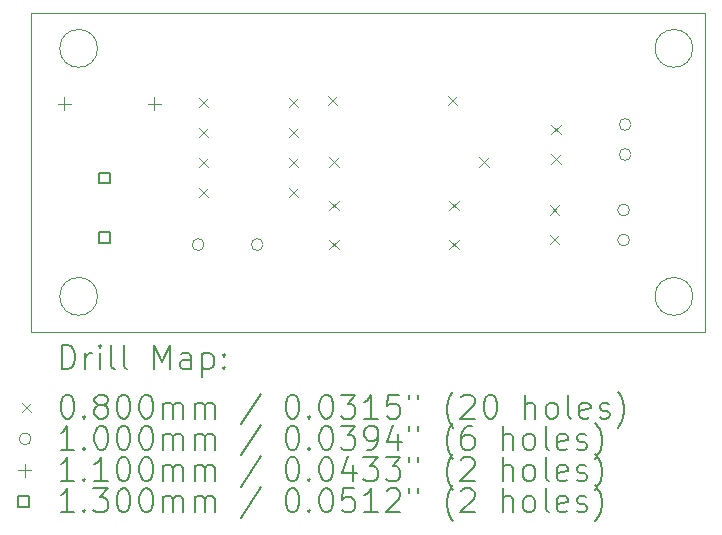
<source format=gbr>
%TF.GenerationSoftware,KiCad,Pcbnew,8.0.8*%
%TF.CreationDate,2025-06-29T12:48:05+09:00*%
%TF.ProjectId,NJM2374A_Boost,4e4a4d32-3337-4344-915f-426f6f73742e,rev?*%
%TF.SameCoordinates,Original*%
%TF.FileFunction,Drillmap*%
%TF.FilePolarity,Positive*%
%FSLAX45Y45*%
G04 Gerber Fmt 4.5, Leading zero omitted, Abs format (unit mm)*
G04 Created by KiCad (PCBNEW 8.0.8) date 2025-06-29 12:48:05*
%MOMM*%
%LPD*%
G01*
G04 APERTURE LIST*
%ADD10C,0.050000*%
%ADD11C,0.200000*%
%ADD12C,0.100000*%
%ADD13C,0.110000*%
%ADD14C,0.130000*%
G04 APERTURE END LIST*
D10*
X14200000Y-7800000D02*
G75*
G02*
X13880000Y-7800000I-160000J0D01*
G01*
X13880000Y-7800000D02*
G75*
G02*
X14200000Y-7800000I160000J0D01*
G01*
X9160000Y-7800000D02*
G75*
G02*
X8840000Y-7800000I-160000J0D01*
G01*
X8840000Y-7800000D02*
G75*
G02*
X9160000Y-7800000I160000J0D01*
G01*
X8600000Y-7500000D02*
X14300000Y-7500000D01*
X14300000Y-7500000D02*
X14300000Y-10200000D01*
X8600000Y-10200000D02*
X8600000Y-7500000D01*
X14300000Y-10200000D02*
X8600000Y-10200000D01*
X14200000Y-9900000D02*
G75*
G02*
X13880000Y-9900000I-160000J0D01*
G01*
X13880000Y-9900000D02*
G75*
G02*
X14200000Y-9900000I160000J0D01*
G01*
X9160000Y-9900000D02*
G75*
G02*
X8840000Y-9900000I-160000J0D01*
G01*
X8840000Y-9900000D02*
G75*
G02*
X9160000Y-9900000I160000J0D01*
G01*
D11*
D12*
X10016900Y-8216000D02*
X10096900Y-8296000D01*
X10096900Y-8216000D02*
X10016900Y-8296000D01*
X10016900Y-8470000D02*
X10096900Y-8550000D01*
X10096900Y-8470000D02*
X10016900Y-8550000D01*
X10016900Y-8724000D02*
X10096900Y-8804000D01*
X10096900Y-8724000D02*
X10016900Y-8804000D01*
X10016900Y-8978000D02*
X10096900Y-9058000D01*
X10096900Y-8978000D02*
X10016900Y-9058000D01*
X10778900Y-8216000D02*
X10858900Y-8296000D01*
X10858900Y-8216000D02*
X10778900Y-8296000D01*
X10778900Y-8470000D02*
X10858900Y-8550000D01*
X10858900Y-8470000D02*
X10778900Y-8550000D01*
X10778900Y-8724000D02*
X10858900Y-8804000D01*
X10858900Y-8724000D02*
X10778900Y-8804000D01*
X10778900Y-8978000D02*
X10858900Y-9058000D01*
X10858900Y-8978000D02*
X10778900Y-9058000D01*
X11110600Y-8202300D02*
X11190600Y-8282300D01*
X11190600Y-8202300D02*
X11110600Y-8282300D01*
X11123300Y-8723000D02*
X11203300Y-8803000D01*
X11203300Y-8723000D02*
X11123300Y-8803000D01*
X11123300Y-9091300D02*
X11203300Y-9171300D01*
X11203300Y-9091300D02*
X11123300Y-9171300D01*
X11123300Y-9421500D02*
X11203300Y-9501500D01*
X11203300Y-9421500D02*
X11123300Y-9501500D01*
X12126600Y-8202300D02*
X12206600Y-8282300D01*
X12206600Y-8202300D02*
X12126600Y-8282300D01*
X12139300Y-9091300D02*
X12219300Y-9171300D01*
X12219300Y-9091300D02*
X12139300Y-9171300D01*
X12139300Y-9421500D02*
X12219300Y-9501500D01*
X12219300Y-9421500D02*
X12139300Y-9501500D01*
X12393300Y-8723000D02*
X12473300Y-8803000D01*
X12473300Y-8723000D02*
X12393300Y-8803000D01*
X12990200Y-9129400D02*
X13070200Y-9209400D01*
X13070200Y-9129400D02*
X12990200Y-9209400D01*
X12990200Y-9379400D02*
X13070200Y-9459400D01*
X13070200Y-9379400D02*
X12990200Y-9459400D01*
X13002900Y-8447600D02*
X13082900Y-8527600D01*
X13082900Y-8447600D02*
X13002900Y-8527600D01*
X13002900Y-8697600D02*
X13082900Y-8777600D01*
X13082900Y-8697600D02*
X13002900Y-8777600D01*
X10061600Y-9461500D02*
G75*
G02*
X9961600Y-9461500I-50000J0D01*
G01*
X9961600Y-9461500D02*
G75*
G02*
X10061600Y-9461500I50000J0D01*
G01*
X10561600Y-9461500D02*
G75*
G02*
X10461600Y-9461500I-50000J0D01*
G01*
X10461600Y-9461500D02*
G75*
G02*
X10561600Y-9461500I50000J0D01*
G01*
X13664400Y-9169400D02*
G75*
G02*
X13564400Y-9169400I-50000J0D01*
G01*
X13564400Y-9169400D02*
G75*
G02*
X13664400Y-9169400I50000J0D01*
G01*
X13664400Y-9423400D02*
G75*
G02*
X13564400Y-9423400I-50000J0D01*
G01*
X13564400Y-9423400D02*
G75*
G02*
X13664400Y-9423400I50000J0D01*
G01*
X13677100Y-8445000D02*
G75*
G02*
X13577100Y-8445000I-50000J0D01*
G01*
X13577100Y-8445000D02*
G75*
G02*
X13677100Y-8445000I50000J0D01*
G01*
X13677100Y-8699000D02*
G75*
G02*
X13577100Y-8699000I-50000J0D01*
G01*
X13577100Y-8699000D02*
G75*
G02*
X13677100Y-8699000I50000J0D01*
G01*
D13*
X8877300Y-8212700D02*
X8877300Y-8322700D01*
X8822300Y-8267700D02*
X8932300Y-8267700D01*
X9639300Y-8212700D02*
X9639300Y-8322700D01*
X9584300Y-8267700D02*
X9694300Y-8267700D01*
D14*
X9266162Y-8943962D02*
X9266162Y-8852038D01*
X9174238Y-8852038D01*
X9174238Y-8943962D01*
X9266162Y-8943962D01*
X9266162Y-9443962D02*
X9266162Y-9352038D01*
X9174238Y-9352038D01*
X9174238Y-9443962D01*
X9266162Y-9443962D01*
D11*
X8858277Y-10513984D02*
X8858277Y-10313984D01*
X8858277Y-10313984D02*
X8905896Y-10313984D01*
X8905896Y-10313984D02*
X8934467Y-10323508D01*
X8934467Y-10323508D02*
X8953515Y-10342555D01*
X8953515Y-10342555D02*
X8963039Y-10361603D01*
X8963039Y-10361603D02*
X8972563Y-10399698D01*
X8972563Y-10399698D02*
X8972563Y-10428270D01*
X8972563Y-10428270D02*
X8963039Y-10466365D01*
X8963039Y-10466365D02*
X8953515Y-10485412D01*
X8953515Y-10485412D02*
X8934467Y-10504460D01*
X8934467Y-10504460D02*
X8905896Y-10513984D01*
X8905896Y-10513984D02*
X8858277Y-10513984D01*
X9058277Y-10513984D02*
X9058277Y-10380650D01*
X9058277Y-10418746D02*
X9067801Y-10399698D01*
X9067801Y-10399698D02*
X9077324Y-10390174D01*
X9077324Y-10390174D02*
X9096372Y-10380650D01*
X9096372Y-10380650D02*
X9115420Y-10380650D01*
X9182086Y-10513984D02*
X9182086Y-10380650D01*
X9182086Y-10313984D02*
X9172563Y-10323508D01*
X9172563Y-10323508D02*
X9182086Y-10333031D01*
X9182086Y-10333031D02*
X9191610Y-10323508D01*
X9191610Y-10323508D02*
X9182086Y-10313984D01*
X9182086Y-10313984D02*
X9182086Y-10333031D01*
X9305896Y-10513984D02*
X9286848Y-10504460D01*
X9286848Y-10504460D02*
X9277324Y-10485412D01*
X9277324Y-10485412D02*
X9277324Y-10313984D01*
X9410658Y-10513984D02*
X9391610Y-10504460D01*
X9391610Y-10504460D02*
X9382086Y-10485412D01*
X9382086Y-10485412D02*
X9382086Y-10313984D01*
X9639229Y-10513984D02*
X9639229Y-10313984D01*
X9639229Y-10313984D02*
X9705896Y-10456841D01*
X9705896Y-10456841D02*
X9772563Y-10313984D01*
X9772563Y-10313984D02*
X9772563Y-10513984D01*
X9953515Y-10513984D02*
X9953515Y-10409222D01*
X9953515Y-10409222D02*
X9943991Y-10390174D01*
X9943991Y-10390174D02*
X9924944Y-10380650D01*
X9924944Y-10380650D02*
X9886848Y-10380650D01*
X9886848Y-10380650D02*
X9867801Y-10390174D01*
X9953515Y-10504460D02*
X9934467Y-10513984D01*
X9934467Y-10513984D02*
X9886848Y-10513984D01*
X9886848Y-10513984D02*
X9867801Y-10504460D01*
X9867801Y-10504460D02*
X9858277Y-10485412D01*
X9858277Y-10485412D02*
X9858277Y-10466365D01*
X9858277Y-10466365D02*
X9867801Y-10447317D01*
X9867801Y-10447317D02*
X9886848Y-10437793D01*
X9886848Y-10437793D02*
X9934467Y-10437793D01*
X9934467Y-10437793D02*
X9953515Y-10428270D01*
X10048753Y-10380650D02*
X10048753Y-10580650D01*
X10048753Y-10390174D02*
X10067801Y-10380650D01*
X10067801Y-10380650D02*
X10105896Y-10380650D01*
X10105896Y-10380650D02*
X10124944Y-10390174D01*
X10124944Y-10390174D02*
X10134467Y-10399698D01*
X10134467Y-10399698D02*
X10143991Y-10418746D01*
X10143991Y-10418746D02*
X10143991Y-10475889D01*
X10143991Y-10475889D02*
X10134467Y-10494936D01*
X10134467Y-10494936D02*
X10124944Y-10504460D01*
X10124944Y-10504460D02*
X10105896Y-10513984D01*
X10105896Y-10513984D02*
X10067801Y-10513984D01*
X10067801Y-10513984D02*
X10048753Y-10504460D01*
X10229705Y-10494936D02*
X10239229Y-10504460D01*
X10239229Y-10504460D02*
X10229705Y-10513984D01*
X10229705Y-10513984D02*
X10220182Y-10504460D01*
X10220182Y-10504460D02*
X10229705Y-10494936D01*
X10229705Y-10494936D02*
X10229705Y-10513984D01*
X10229705Y-10390174D02*
X10239229Y-10399698D01*
X10239229Y-10399698D02*
X10229705Y-10409222D01*
X10229705Y-10409222D02*
X10220182Y-10399698D01*
X10220182Y-10399698D02*
X10229705Y-10390174D01*
X10229705Y-10390174D02*
X10229705Y-10409222D01*
D12*
X8517500Y-10802500D02*
X8597500Y-10882500D01*
X8597500Y-10802500D02*
X8517500Y-10882500D01*
D11*
X8896372Y-10733984D02*
X8915420Y-10733984D01*
X8915420Y-10733984D02*
X8934467Y-10743508D01*
X8934467Y-10743508D02*
X8943991Y-10753031D01*
X8943991Y-10753031D02*
X8953515Y-10772079D01*
X8953515Y-10772079D02*
X8963039Y-10810174D01*
X8963039Y-10810174D02*
X8963039Y-10857793D01*
X8963039Y-10857793D02*
X8953515Y-10895889D01*
X8953515Y-10895889D02*
X8943991Y-10914936D01*
X8943991Y-10914936D02*
X8934467Y-10924460D01*
X8934467Y-10924460D02*
X8915420Y-10933984D01*
X8915420Y-10933984D02*
X8896372Y-10933984D01*
X8896372Y-10933984D02*
X8877324Y-10924460D01*
X8877324Y-10924460D02*
X8867801Y-10914936D01*
X8867801Y-10914936D02*
X8858277Y-10895889D01*
X8858277Y-10895889D02*
X8848753Y-10857793D01*
X8848753Y-10857793D02*
X8848753Y-10810174D01*
X8848753Y-10810174D02*
X8858277Y-10772079D01*
X8858277Y-10772079D02*
X8867801Y-10753031D01*
X8867801Y-10753031D02*
X8877324Y-10743508D01*
X8877324Y-10743508D02*
X8896372Y-10733984D01*
X9048753Y-10914936D02*
X9058277Y-10924460D01*
X9058277Y-10924460D02*
X9048753Y-10933984D01*
X9048753Y-10933984D02*
X9039229Y-10924460D01*
X9039229Y-10924460D02*
X9048753Y-10914936D01*
X9048753Y-10914936D02*
X9048753Y-10933984D01*
X9172563Y-10819698D02*
X9153515Y-10810174D01*
X9153515Y-10810174D02*
X9143991Y-10800650D01*
X9143991Y-10800650D02*
X9134467Y-10781603D01*
X9134467Y-10781603D02*
X9134467Y-10772079D01*
X9134467Y-10772079D02*
X9143991Y-10753031D01*
X9143991Y-10753031D02*
X9153515Y-10743508D01*
X9153515Y-10743508D02*
X9172563Y-10733984D01*
X9172563Y-10733984D02*
X9210658Y-10733984D01*
X9210658Y-10733984D02*
X9229705Y-10743508D01*
X9229705Y-10743508D02*
X9239229Y-10753031D01*
X9239229Y-10753031D02*
X9248753Y-10772079D01*
X9248753Y-10772079D02*
X9248753Y-10781603D01*
X9248753Y-10781603D02*
X9239229Y-10800650D01*
X9239229Y-10800650D02*
X9229705Y-10810174D01*
X9229705Y-10810174D02*
X9210658Y-10819698D01*
X9210658Y-10819698D02*
X9172563Y-10819698D01*
X9172563Y-10819698D02*
X9153515Y-10829222D01*
X9153515Y-10829222D02*
X9143991Y-10838746D01*
X9143991Y-10838746D02*
X9134467Y-10857793D01*
X9134467Y-10857793D02*
X9134467Y-10895889D01*
X9134467Y-10895889D02*
X9143991Y-10914936D01*
X9143991Y-10914936D02*
X9153515Y-10924460D01*
X9153515Y-10924460D02*
X9172563Y-10933984D01*
X9172563Y-10933984D02*
X9210658Y-10933984D01*
X9210658Y-10933984D02*
X9229705Y-10924460D01*
X9229705Y-10924460D02*
X9239229Y-10914936D01*
X9239229Y-10914936D02*
X9248753Y-10895889D01*
X9248753Y-10895889D02*
X9248753Y-10857793D01*
X9248753Y-10857793D02*
X9239229Y-10838746D01*
X9239229Y-10838746D02*
X9229705Y-10829222D01*
X9229705Y-10829222D02*
X9210658Y-10819698D01*
X9372563Y-10733984D02*
X9391610Y-10733984D01*
X9391610Y-10733984D02*
X9410658Y-10743508D01*
X9410658Y-10743508D02*
X9420182Y-10753031D01*
X9420182Y-10753031D02*
X9429705Y-10772079D01*
X9429705Y-10772079D02*
X9439229Y-10810174D01*
X9439229Y-10810174D02*
X9439229Y-10857793D01*
X9439229Y-10857793D02*
X9429705Y-10895889D01*
X9429705Y-10895889D02*
X9420182Y-10914936D01*
X9420182Y-10914936D02*
X9410658Y-10924460D01*
X9410658Y-10924460D02*
X9391610Y-10933984D01*
X9391610Y-10933984D02*
X9372563Y-10933984D01*
X9372563Y-10933984D02*
X9353515Y-10924460D01*
X9353515Y-10924460D02*
X9343991Y-10914936D01*
X9343991Y-10914936D02*
X9334467Y-10895889D01*
X9334467Y-10895889D02*
X9324944Y-10857793D01*
X9324944Y-10857793D02*
X9324944Y-10810174D01*
X9324944Y-10810174D02*
X9334467Y-10772079D01*
X9334467Y-10772079D02*
X9343991Y-10753031D01*
X9343991Y-10753031D02*
X9353515Y-10743508D01*
X9353515Y-10743508D02*
X9372563Y-10733984D01*
X9563039Y-10733984D02*
X9582086Y-10733984D01*
X9582086Y-10733984D02*
X9601134Y-10743508D01*
X9601134Y-10743508D02*
X9610658Y-10753031D01*
X9610658Y-10753031D02*
X9620182Y-10772079D01*
X9620182Y-10772079D02*
X9629705Y-10810174D01*
X9629705Y-10810174D02*
X9629705Y-10857793D01*
X9629705Y-10857793D02*
X9620182Y-10895889D01*
X9620182Y-10895889D02*
X9610658Y-10914936D01*
X9610658Y-10914936D02*
X9601134Y-10924460D01*
X9601134Y-10924460D02*
X9582086Y-10933984D01*
X9582086Y-10933984D02*
X9563039Y-10933984D01*
X9563039Y-10933984D02*
X9543991Y-10924460D01*
X9543991Y-10924460D02*
X9534467Y-10914936D01*
X9534467Y-10914936D02*
X9524944Y-10895889D01*
X9524944Y-10895889D02*
X9515420Y-10857793D01*
X9515420Y-10857793D02*
X9515420Y-10810174D01*
X9515420Y-10810174D02*
X9524944Y-10772079D01*
X9524944Y-10772079D02*
X9534467Y-10753031D01*
X9534467Y-10753031D02*
X9543991Y-10743508D01*
X9543991Y-10743508D02*
X9563039Y-10733984D01*
X9715420Y-10933984D02*
X9715420Y-10800650D01*
X9715420Y-10819698D02*
X9724944Y-10810174D01*
X9724944Y-10810174D02*
X9743991Y-10800650D01*
X9743991Y-10800650D02*
X9772563Y-10800650D01*
X9772563Y-10800650D02*
X9791610Y-10810174D01*
X9791610Y-10810174D02*
X9801134Y-10829222D01*
X9801134Y-10829222D02*
X9801134Y-10933984D01*
X9801134Y-10829222D02*
X9810658Y-10810174D01*
X9810658Y-10810174D02*
X9829705Y-10800650D01*
X9829705Y-10800650D02*
X9858277Y-10800650D01*
X9858277Y-10800650D02*
X9877325Y-10810174D01*
X9877325Y-10810174D02*
X9886848Y-10829222D01*
X9886848Y-10829222D02*
X9886848Y-10933984D01*
X9982086Y-10933984D02*
X9982086Y-10800650D01*
X9982086Y-10819698D02*
X9991610Y-10810174D01*
X9991610Y-10810174D02*
X10010658Y-10800650D01*
X10010658Y-10800650D02*
X10039229Y-10800650D01*
X10039229Y-10800650D02*
X10058277Y-10810174D01*
X10058277Y-10810174D02*
X10067801Y-10829222D01*
X10067801Y-10829222D02*
X10067801Y-10933984D01*
X10067801Y-10829222D02*
X10077325Y-10810174D01*
X10077325Y-10810174D02*
X10096372Y-10800650D01*
X10096372Y-10800650D02*
X10124944Y-10800650D01*
X10124944Y-10800650D02*
X10143991Y-10810174D01*
X10143991Y-10810174D02*
X10153515Y-10829222D01*
X10153515Y-10829222D02*
X10153515Y-10933984D01*
X10543991Y-10724460D02*
X10372563Y-10981603D01*
X10801134Y-10733984D02*
X10820182Y-10733984D01*
X10820182Y-10733984D02*
X10839229Y-10743508D01*
X10839229Y-10743508D02*
X10848753Y-10753031D01*
X10848753Y-10753031D02*
X10858277Y-10772079D01*
X10858277Y-10772079D02*
X10867801Y-10810174D01*
X10867801Y-10810174D02*
X10867801Y-10857793D01*
X10867801Y-10857793D02*
X10858277Y-10895889D01*
X10858277Y-10895889D02*
X10848753Y-10914936D01*
X10848753Y-10914936D02*
X10839229Y-10924460D01*
X10839229Y-10924460D02*
X10820182Y-10933984D01*
X10820182Y-10933984D02*
X10801134Y-10933984D01*
X10801134Y-10933984D02*
X10782087Y-10924460D01*
X10782087Y-10924460D02*
X10772563Y-10914936D01*
X10772563Y-10914936D02*
X10763039Y-10895889D01*
X10763039Y-10895889D02*
X10753515Y-10857793D01*
X10753515Y-10857793D02*
X10753515Y-10810174D01*
X10753515Y-10810174D02*
X10763039Y-10772079D01*
X10763039Y-10772079D02*
X10772563Y-10753031D01*
X10772563Y-10753031D02*
X10782087Y-10743508D01*
X10782087Y-10743508D02*
X10801134Y-10733984D01*
X10953515Y-10914936D02*
X10963039Y-10924460D01*
X10963039Y-10924460D02*
X10953515Y-10933984D01*
X10953515Y-10933984D02*
X10943991Y-10924460D01*
X10943991Y-10924460D02*
X10953515Y-10914936D01*
X10953515Y-10914936D02*
X10953515Y-10933984D01*
X11086848Y-10733984D02*
X11105896Y-10733984D01*
X11105896Y-10733984D02*
X11124944Y-10743508D01*
X11124944Y-10743508D02*
X11134468Y-10753031D01*
X11134468Y-10753031D02*
X11143991Y-10772079D01*
X11143991Y-10772079D02*
X11153515Y-10810174D01*
X11153515Y-10810174D02*
X11153515Y-10857793D01*
X11153515Y-10857793D02*
X11143991Y-10895889D01*
X11143991Y-10895889D02*
X11134468Y-10914936D01*
X11134468Y-10914936D02*
X11124944Y-10924460D01*
X11124944Y-10924460D02*
X11105896Y-10933984D01*
X11105896Y-10933984D02*
X11086848Y-10933984D01*
X11086848Y-10933984D02*
X11067801Y-10924460D01*
X11067801Y-10924460D02*
X11058277Y-10914936D01*
X11058277Y-10914936D02*
X11048753Y-10895889D01*
X11048753Y-10895889D02*
X11039229Y-10857793D01*
X11039229Y-10857793D02*
X11039229Y-10810174D01*
X11039229Y-10810174D02*
X11048753Y-10772079D01*
X11048753Y-10772079D02*
X11058277Y-10753031D01*
X11058277Y-10753031D02*
X11067801Y-10743508D01*
X11067801Y-10743508D02*
X11086848Y-10733984D01*
X11220182Y-10733984D02*
X11343991Y-10733984D01*
X11343991Y-10733984D02*
X11277325Y-10810174D01*
X11277325Y-10810174D02*
X11305896Y-10810174D01*
X11305896Y-10810174D02*
X11324944Y-10819698D01*
X11324944Y-10819698D02*
X11334467Y-10829222D01*
X11334467Y-10829222D02*
X11343991Y-10848270D01*
X11343991Y-10848270D02*
X11343991Y-10895889D01*
X11343991Y-10895889D02*
X11334467Y-10914936D01*
X11334467Y-10914936D02*
X11324944Y-10924460D01*
X11324944Y-10924460D02*
X11305896Y-10933984D01*
X11305896Y-10933984D02*
X11248753Y-10933984D01*
X11248753Y-10933984D02*
X11229706Y-10924460D01*
X11229706Y-10924460D02*
X11220182Y-10914936D01*
X11534467Y-10933984D02*
X11420182Y-10933984D01*
X11477325Y-10933984D02*
X11477325Y-10733984D01*
X11477325Y-10733984D02*
X11458277Y-10762555D01*
X11458277Y-10762555D02*
X11439229Y-10781603D01*
X11439229Y-10781603D02*
X11420182Y-10791127D01*
X11715420Y-10733984D02*
X11620182Y-10733984D01*
X11620182Y-10733984D02*
X11610658Y-10829222D01*
X11610658Y-10829222D02*
X11620182Y-10819698D01*
X11620182Y-10819698D02*
X11639229Y-10810174D01*
X11639229Y-10810174D02*
X11686848Y-10810174D01*
X11686848Y-10810174D02*
X11705896Y-10819698D01*
X11705896Y-10819698D02*
X11715420Y-10829222D01*
X11715420Y-10829222D02*
X11724944Y-10848270D01*
X11724944Y-10848270D02*
X11724944Y-10895889D01*
X11724944Y-10895889D02*
X11715420Y-10914936D01*
X11715420Y-10914936D02*
X11705896Y-10924460D01*
X11705896Y-10924460D02*
X11686848Y-10933984D01*
X11686848Y-10933984D02*
X11639229Y-10933984D01*
X11639229Y-10933984D02*
X11620182Y-10924460D01*
X11620182Y-10924460D02*
X11610658Y-10914936D01*
X11801134Y-10733984D02*
X11801134Y-10772079D01*
X11877325Y-10733984D02*
X11877325Y-10772079D01*
X12172563Y-11010174D02*
X12163039Y-11000650D01*
X12163039Y-11000650D02*
X12143991Y-10972079D01*
X12143991Y-10972079D02*
X12134468Y-10953031D01*
X12134468Y-10953031D02*
X12124944Y-10924460D01*
X12124944Y-10924460D02*
X12115420Y-10876841D01*
X12115420Y-10876841D02*
X12115420Y-10838746D01*
X12115420Y-10838746D02*
X12124944Y-10791127D01*
X12124944Y-10791127D02*
X12134468Y-10762555D01*
X12134468Y-10762555D02*
X12143991Y-10743508D01*
X12143991Y-10743508D02*
X12163039Y-10714936D01*
X12163039Y-10714936D02*
X12172563Y-10705412D01*
X12239229Y-10753031D02*
X12248753Y-10743508D01*
X12248753Y-10743508D02*
X12267801Y-10733984D01*
X12267801Y-10733984D02*
X12315420Y-10733984D01*
X12315420Y-10733984D02*
X12334468Y-10743508D01*
X12334468Y-10743508D02*
X12343991Y-10753031D01*
X12343991Y-10753031D02*
X12353515Y-10772079D01*
X12353515Y-10772079D02*
X12353515Y-10791127D01*
X12353515Y-10791127D02*
X12343991Y-10819698D01*
X12343991Y-10819698D02*
X12229706Y-10933984D01*
X12229706Y-10933984D02*
X12353515Y-10933984D01*
X12477325Y-10733984D02*
X12496372Y-10733984D01*
X12496372Y-10733984D02*
X12515420Y-10743508D01*
X12515420Y-10743508D02*
X12524944Y-10753031D01*
X12524944Y-10753031D02*
X12534468Y-10772079D01*
X12534468Y-10772079D02*
X12543991Y-10810174D01*
X12543991Y-10810174D02*
X12543991Y-10857793D01*
X12543991Y-10857793D02*
X12534468Y-10895889D01*
X12534468Y-10895889D02*
X12524944Y-10914936D01*
X12524944Y-10914936D02*
X12515420Y-10924460D01*
X12515420Y-10924460D02*
X12496372Y-10933984D01*
X12496372Y-10933984D02*
X12477325Y-10933984D01*
X12477325Y-10933984D02*
X12458277Y-10924460D01*
X12458277Y-10924460D02*
X12448753Y-10914936D01*
X12448753Y-10914936D02*
X12439229Y-10895889D01*
X12439229Y-10895889D02*
X12429706Y-10857793D01*
X12429706Y-10857793D02*
X12429706Y-10810174D01*
X12429706Y-10810174D02*
X12439229Y-10772079D01*
X12439229Y-10772079D02*
X12448753Y-10753031D01*
X12448753Y-10753031D02*
X12458277Y-10743508D01*
X12458277Y-10743508D02*
X12477325Y-10733984D01*
X12782087Y-10933984D02*
X12782087Y-10733984D01*
X12867801Y-10933984D02*
X12867801Y-10829222D01*
X12867801Y-10829222D02*
X12858277Y-10810174D01*
X12858277Y-10810174D02*
X12839230Y-10800650D01*
X12839230Y-10800650D02*
X12810658Y-10800650D01*
X12810658Y-10800650D02*
X12791610Y-10810174D01*
X12791610Y-10810174D02*
X12782087Y-10819698D01*
X12991610Y-10933984D02*
X12972563Y-10924460D01*
X12972563Y-10924460D02*
X12963039Y-10914936D01*
X12963039Y-10914936D02*
X12953515Y-10895889D01*
X12953515Y-10895889D02*
X12953515Y-10838746D01*
X12953515Y-10838746D02*
X12963039Y-10819698D01*
X12963039Y-10819698D02*
X12972563Y-10810174D01*
X12972563Y-10810174D02*
X12991610Y-10800650D01*
X12991610Y-10800650D02*
X13020182Y-10800650D01*
X13020182Y-10800650D02*
X13039230Y-10810174D01*
X13039230Y-10810174D02*
X13048753Y-10819698D01*
X13048753Y-10819698D02*
X13058277Y-10838746D01*
X13058277Y-10838746D02*
X13058277Y-10895889D01*
X13058277Y-10895889D02*
X13048753Y-10914936D01*
X13048753Y-10914936D02*
X13039230Y-10924460D01*
X13039230Y-10924460D02*
X13020182Y-10933984D01*
X13020182Y-10933984D02*
X12991610Y-10933984D01*
X13172563Y-10933984D02*
X13153515Y-10924460D01*
X13153515Y-10924460D02*
X13143991Y-10905412D01*
X13143991Y-10905412D02*
X13143991Y-10733984D01*
X13324944Y-10924460D02*
X13305896Y-10933984D01*
X13305896Y-10933984D02*
X13267801Y-10933984D01*
X13267801Y-10933984D02*
X13248753Y-10924460D01*
X13248753Y-10924460D02*
X13239230Y-10905412D01*
X13239230Y-10905412D02*
X13239230Y-10829222D01*
X13239230Y-10829222D02*
X13248753Y-10810174D01*
X13248753Y-10810174D02*
X13267801Y-10800650D01*
X13267801Y-10800650D02*
X13305896Y-10800650D01*
X13305896Y-10800650D02*
X13324944Y-10810174D01*
X13324944Y-10810174D02*
X13334468Y-10829222D01*
X13334468Y-10829222D02*
X13334468Y-10848270D01*
X13334468Y-10848270D02*
X13239230Y-10867317D01*
X13410658Y-10924460D02*
X13429706Y-10933984D01*
X13429706Y-10933984D02*
X13467801Y-10933984D01*
X13467801Y-10933984D02*
X13486849Y-10924460D01*
X13486849Y-10924460D02*
X13496372Y-10905412D01*
X13496372Y-10905412D02*
X13496372Y-10895889D01*
X13496372Y-10895889D02*
X13486849Y-10876841D01*
X13486849Y-10876841D02*
X13467801Y-10867317D01*
X13467801Y-10867317D02*
X13439230Y-10867317D01*
X13439230Y-10867317D02*
X13420182Y-10857793D01*
X13420182Y-10857793D02*
X13410658Y-10838746D01*
X13410658Y-10838746D02*
X13410658Y-10829222D01*
X13410658Y-10829222D02*
X13420182Y-10810174D01*
X13420182Y-10810174D02*
X13439230Y-10800650D01*
X13439230Y-10800650D02*
X13467801Y-10800650D01*
X13467801Y-10800650D02*
X13486849Y-10810174D01*
X13563039Y-11010174D02*
X13572563Y-11000650D01*
X13572563Y-11000650D02*
X13591611Y-10972079D01*
X13591611Y-10972079D02*
X13601134Y-10953031D01*
X13601134Y-10953031D02*
X13610658Y-10924460D01*
X13610658Y-10924460D02*
X13620182Y-10876841D01*
X13620182Y-10876841D02*
X13620182Y-10838746D01*
X13620182Y-10838746D02*
X13610658Y-10791127D01*
X13610658Y-10791127D02*
X13601134Y-10762555D01*
X13601134Y-10762555D02*
X13591611Y-10743508D01*
X13591611Y-10743508D02*
X13572563Y-10714936D01*
X13572563Y-10714936D02*
X13563039Y-10705412D01*
D12*
X8597500Y-11106500D02*
G75*
G02*
X8497500Y-11106500I-50000J0D01*
G01*
X8497500Y-11106500D02*
G75*
G02*
X8597500Y-11106500I50000J0D01*
G01*
D11*
X8963039Y-11197984D02*
X8848753Y-11197984D01*
X8905896Y-11197984D02*
X8905896Y-10997984D01*
X8905896Y-10997984D02*
X8886848Y-11026555D01*
X8886848Y-11026555D02*
X8867801Y-11045603D01*
X8867801Y-11045603D02*
X8848753Y-11055127D01*
X9048753Y-11178936D02*
X9058277Y-11188460D01*
X9058277Y-11188460D02*
X9048753Y-11197984D01*
X9048753Y-11197984D02*
X9039229Y-11188460D01*
X9039229Y-11188460D02*
X9048753Y-11178936D01*
X9048753Y-11178936D02*
X9048753Y-11197984D01*
X9182086Y-10997984D02*
X9201134Y-10997984D01*
X9201134Y-10997984D02*
X9220182Y-11007508D01*
X9220182Y-11007508D02*
X9229705Y-11017031D01*
X9229705Y-11017031D02*
X9239229Y-11036079D01*
X9239229Y-11036079D02*
X9248753Y-11074174D01*
X9248753Y-11074174D02*
X9248753Y-11121793D01*
X9248753Y-11121793D02*
X9239229Y-11159889D01*
X9239229Y-11159889D02*
X9229705Y-11178936D01*
X9229705Y-11178936D02*
X9220182Y-11188460D01*
X9220182Y-11188460D02*
X9201134Y-11197984D01*
X9201134Y-11197984D02*
X9182086Y-11197984D01*
X9182086Y-11197984D02*
X9163039Y-11188460D01*
X9163039Y-11188460D02*
X9153515Y-11178936D01*
X9153515Y-11178936D02*
X9143991Y-11159889D01*
X9143991Y-11159889D02*
X9134467Y-11121793D01*
X9134467Y-11121793D02*
X9134467Y-11074174D01*
X9134467Y-11074174D02*
X9143991Y-11036079D01*
X9143991Y-11036079D02*
X9153515Y-11017031D01*
X9153515Y-11017031D02*
X9163039Y-11007508D01*
X9163039Y-11007508D02*
X9182086Y-10997984D01*
X9372563Y-10997984D02*
X9391610Y-10997984D01*
X9391610Y-10997984D02*
X9410658Y-11007508D01*
X9410658Y-11007508D02*
X9420182Y-11017031D01*
X9420182Y-11017031D02*
X9429705Y-11036079D01*
X9429705Y-11036079D02*
X9439229Y-11074174D01*
X9439229Y-11074174D02*
X9439229Y-11121793D01*
X9439229Y-11121793D02*
X9429705Y-11159889D01*
X9429705Y-11159889D02*
X9420182Y-11178936D01*
X9420182Y-11178936D02*
X9410658Y-11188460D01*
X9410658Y-11188460D02*
X9391610Y-11197984D01*
X9391610Y-11197984D02*
X9372563Y-11197984D01*
X9372563Y-11197984D02*
X9353515Y-11188460D01*
X9353515Y-11188460D02*
X9343991Y-11178936D01*
X9343991Y-11178936D02*
X9334467Y-11159889D01*
X9334467Y-11159889D02*
X9324944Y-11121793D01*
X9324944Y-11121793D02*
X9324944Y-11074174D01*
X9324944Y-11074174D02*
X9334467Y-11036079D01*
X9334467Y-11036079D02*
X9343991Y-11017031D01*
X9343991Y-11017031D02*
X9353515Y-11007508D01*
X9353515Y-11007508D02*
X9372563Y-10997984D01*
X9563039Y-10997984D02*
X9582086Y-10997984D01*
X9582086Y-10997984D02*
X9601134Y-11007508D01*
X9601134Y-11007508D02*
X9610658Y-11017031D01*
X9610658Y-11017031D02*
X9620182Y-11036079D01*
X9620182Y-11036079D02*
X9629705Y-11074174D01*
X9629705Y-11074174D02*
X9629705Y-11121793D01*
X9629705Y-11121793D02*
X9620182Y-11159889D01*
X9620182Y-11159889D02*
X9610658Y-11178936D01*
X9610658Y-11178936D02*
X9601134Y-11188460D01*
X9601134Y-11188460D02*
X9582086Y-11197984D01*
X9582086Y-11197984D02*
X9563039Y-11197984D01*
X9563039Y-11197984D02*
X9543991Y-11188460D01*
X9543991Y-11188460D02*
X9534467Y-11178936D01*
X9534467Y-11178936D02*
X9524944Y-11159889D01*
X9524944Y-11159889D02*
X9515420Y-11121793D01*
X9515420Y-11121793D02*
X9515420Y-11074174D01*
X9515420Y-11074174D02*
X9524944Y-11036079D01*
X9524944Y-11036079D02*
X9534467Y-11017031D01*
X9534467Y-11017031D02*
X9543991Y-11007508D01*
X9543991Y-11007508D02*
X9563039Y-10997984D01*
X9715420Y-11197984D02*
X9715420Y-11064650D01*
X9715420Y-11083698D02*
X9724944Y-11074174D01*
X9724944Y-11074174D02*
X9743991Y-11064650D01*
X9743991Y-11064650D02*
X9772563Y-11064650D01*
X9772563Y-11064650D02*
X9791610Y-11074174D01*
X9791610Y-11074174D02*
X9801134Y-11093222D01*
X9801134Y-11093222D02*
X9801134Y-11197984D01*
X9801134Y-11093222D02*
X9810658Y-11074174D01*
X9810658Y-11074174D02*
X9829705Y-11064650D01*
X9829705Y-11064650D02*
X9858277Y-11064650D01*
X9858277Y-11064650D02*
X9877325Y-11074174D01*
X9877325Y-11074174D02*
X9886848Y-11093222D01*
X9886848Y-11093222D02*
X9886848Y-11197984D01*
X9982086Y-11197984D02*
X9982086Y-11064650D01*
X9982086Y-11083698D02*
X9991610Y-11074174D01*
X9991610Y-11074174D02*
X10010658Y-11064650D01*
X10010658Y-11064650D02*
X10039229Y-11064650D01*
X10039229Y-11064650D02*
X10058277Y-11074174D01*
X10058277Y-11074174D02*
X10067801Y-11093222D01*
X10067801Y-11093222D02*
X10067801Y-11197984D01*
X10067801Y-11093222D02*
X10077325Y-11074174D01*
X10077325Y-11074174D02*
X10096372Y-11064650D01*
X10096372Y-11064650D02*
X10124944Y-11064650D01*
X10124944Y-11064650D02*
X10143991Y-11074174D01*
X10143991Y-11074174D02*
X10153515Y-11093222D01*
X10153515Y-11093222D02*
X10153515Y-11197984D01*
X10543991Y-10988460D02*
X10372563Y-11245603D01*
X10801134Y-10997984D02*
X10820182Y-10997984D01*
X10820182Y-10997984D02*
X10839229Y-11007508D01*
X10839229Y-11007508D02*
X10848753Y-11017031D01*
X10848753Y-11017031D02*
X10858277Y-11036079D01*
X10858277Y-11036079D02*
X10867801Y-11074174D01*
X10867801Y-11074174D02*
X10867801Y-11121793D01*
X10867801Y-11121793D02*
X10858277Y-11159889D01*
X10858277Y-11159889D02*
X10848753Y-11178936D01*
X10848753Y-11178936D02*
X10839229Y-11188460D01*
X10839229Y-11188460D02*
X10820182Y-11197984D01*
X10820182Y-11197984D02*
X10801134Y-11197984D01*
X10801134Y-11197984D02*
X10782087Y-11188460D01*
X10782087Y-11188460D02*
X10772563Y-11178936D01*
X10772563Y-11178936D02*
X10763039Y-11159889D01*
X10763039Y-11159889D02*
X10753515Y-11121793D01*
X10753515Y-11121793D02*
X10753515Y-11074174D01*
X10753515Y-11074174D02*
X10763039Y-11036079D01*
X10763039Y-11036079D02*
X10772563Y-11017031D01*
X10772563Y-11017031D02*
X10782087Y-11007508D01*
X10782087Y-11007508D02*
X10801134Y-10997984D01*
X10953515Y-11178936D02*
X10963039Y-11188460D01*
X10963039Y-11188460D02*
X10953515Y-11197984D01*
X10953515Y-11197984D02*
X10943991Y-11188460D01*
X10943991Y-11188460D02*
X10953515Y-11178936D01*
X10953515Y-11178936D02*
X10953515Y-11197984D01*
X11086848Y-10997984D02*
X11105896Y-10997984D01*
X11105896Y-10997984D02*
X11124944Y-11007508D01*
X11124944Y-11007508D02*
X11134468Y-11017031D01*
X11134468Y-11017031D02*
X11143991Y-11036079D01*
X11143991Y-11036079D02*
X11153515Y-11074174D01*
X11153515Y-11074174D02*
X11153515Y-11121793D01*
X11153515Y-11121793D02*
X11143991Y-11159889D01*
X11143991Y-11159889D02*
X11134468Y-11178936D01*
X11134468Y-11178936D02*
X11124944Y-11188460D01*
X11124944Y-11188460D02*
X11105896Y-11197984D01*
X11105896Y-11197984D02*
X11086848Y-11197984D01*
X11086848Y-11197984D02*
X11067801Y-11188460D01*
X11067801Y-11188460D02*
X11058277Y-11178936D01*
X11058277Y-11178936D02*
X11048753Y-11159889D01*
X11048753Y-11159889D02*
X11039229Y-11121793D01*
X11039229Y-11121793D02*
X11039229Y-11074174D01*
X11039229Y-11074174D02*
X11048753Y-11036079D01*
X11048753Y-11036079D02*
X11058277Y-11017031D01*
X11058277Y-11017031D02*
X11067801Y-11007508D01*
X11067801Y-11007508D02*
X11086848Y-10997984D01*
X11220182Y-10997984D02*
X11343991Y-10997984D01*
X11343991Y-10997984D02*
X11277325Y-11074174D01*
X11277325Y-11074174D02*
X11305896Y-11074174D01*
X11305896Y-11074174D02*
X11324944Y-11083698D01*
X11324944Y-11083698D02*
X11334467Y-11093222D01*
X11334467Y-11093222D02*
X11343991Y-11112270D01*
X11343991Y-11112270D02*
X11343991Y-11159889D01*
X11343991Y-11159889D02*
X11334467Y-11178936D01*
X11334467Y-11178936D02*
X11324944Y-11188460D01*
X11324944Y-11188460D02*
X11305896Y-11197984D01*
X11305896Y-11197984D02*
X11248753Y-11197984D01*
X11248753Y-11197984D02*
X11229706Y-11188460D01*
X11229706Y-11188460D02*
X11220182Y-11178936D01*
X11439229Y-11197984D02*
X11477325Y-11197984D01*
X11477325Y-11197984D02*
X11496372Y-11188460D01*
X11496372Y-11188460D02*
X11505896Y-11178936D01*
X11505896Y-11178936D02*
X11524944Y-11150365D01*
X11524944Y-11150365D02*
X11534467Y-11112270D01*
X11534467Y-11112270D02*
X11534467Y-11036079D01*
X11534467Y-11036079D02*
X11524944Y-11017031D01*
X11524944Y-11017031D02*
X11515420Y-11007508D01*
X11515420Y-11007508D02*
X11496372Y-10997984D01*
X11496372Y-10997984D02*
X11458277Y-10997984D01*
X11458277Y-10997984D02*
X11439229Y-11007508D01*
X11439229Y-11007508D02*
X11429706Y-11017031D01*
X11429706Y-11017031D02*
X11420182Y-11036079D01*
X11420182Y-11036079D02*
X11420182Y-11083698D01*
X11420182Y-11083698D02*
X11429706Y-11102746D01*
X11429706Y-11102746D02*
X11439229Y-11112270D01*
X11439229Y-11112270D02*
X11458277Y-11121793D01*
X11458277Y-11121793D02*
X11496372Y-11121793D01*
X11496372Y-11121793D02*
X11515420Y-11112270D01*
X11515420Y-11112270D02*
X11524944Y-11102746D01*
X11524944Y-11102746D02*
X11534467Y-11083698D01*
X11705896Y-11064650D02*
X11705896Y-11197984D01*
X11658277Y-10988460D02*
X11610658Y-11131317D01*
X11610658Y-11131317D02*
X11734467Y-11131317D01*
X11801134Y-10997984D02*
X11801134Y-11036079D01*
X11877325Y-10997984D02*
X11877325Y-11036079D01*
X12172563Y-11274174D02*
X12163039Y-11264650D01*
X12163039Y-11264650D02*
X12143991Y-11236079D01*
X12143991Y-11236079D02*
X12134468Y-11217031D01*
X12134468Y-11217031D02*
X12124944Y-11188460D01*
X12124944Y-11188460D02*
X12115420Y-11140841D01*
X12115420Y-11140841D02*
X12115420Y-11102746D01*
X12115420Y-11102746D02*
X12124944Y-11055127D01*
X12124944Y-11055127D02*
X12134468Y-11026555D01*
X12134468Y-11026555D02*
X12143991Y-11007508D01*
X12143991Y-11007508D02*
X12163039Y-10978936D01*
X12163039Y-10978936D02*
X12172563Y-10969412D01*
X12334468Y-10997984D02*
X12296372Y-10997984D01*
X12296372Y-10997984D02*
X12277325Y-11007508D01*
X12277325Y-11007508D02*
X12267801Y-11017031D01*
X12267801Y-11017031D02*
X12248753Y-11045603D01*
X12248753Y-11045603D02*
X12239229Y-11083698D01*
X12239229Y-11083698D02*
X12239229Y-11159889D01*
X12239229Y-11159889D02*
X12248753Y-11178936D01*
X12248753Y-11178936D02*
X12258277Y-11188460D01*
X12258277Y-11188460D02*
X12277325Y-11197984D01*
X12277325Y-11197984D02*
X12315420Y-11197984D01*
X12315420Y-11197984D02*
X12334468Y-11188460D01*
X12334468Y-11188460D02*
X12343991Y-11178936D01*
X12343991Y-11178936D02*
X12353515Y-11159889D01*
X12353515Y-11159889D02*
X12353515Y-11112270D01*
X12353515Y-11112270D02*
X12343991Y-11093222D01*
X12343991Y-11093222D02*
X12334468Y-11083698D01*
X12334468Y-11083698D02*
X12315420Y-11074174D01*
X12315420Y-11074174D02*
X12277325Y-11074174D01*
X12277325Y-11074174D02*
X12258277Y-11083698D01*
X12258277Y-11083698D02*
X12248753Y-11093222D01*
X12248753Y-11093222D02*
X12239229Y-11112270D01*
X12591610Y-11197984D02*
X12591610Y-10997984D01*
X12677325Y-11197984D02*
X12677325Y-11093222D01*
X12677325Y-11093222D02*
X12667801Y-11074174D01*
X12667801Y-11074174D02*
X12648753Y-11064650D01*
X12648753Y-11064650D02*
X12620182Y-11064650D01*
X12620182Y-11064650D02*
X12601134Y-11074174D01*
X12601134Y-11074174D02*
X12591610Y-11083698D01*
X12801134Y-11197984D02*
X12782087Y-11188460D01*
X12782087Y-11188460D02*
X12772563Y-11178936D01*
X12772563Y-11178936D02*
X12763039Y-11159889D01*
X12763039Y-11159889D02*
X12763039Y-11102746D01*
X12763039Y-11102746D02*
X12772563Y-11083698D01*
X12772563Y-11083698D02*
X12782087Y-11074174D01*
X12782087Y-11074174D02*
X12801134Y-11064650D01*
X12801134Y-11064650D02*
X12829706Y-11064650D01*
X12829706Y-11064650D02*
X12848753Y-11074174D01*
X12848753Y-11074174D02*
X12858277Y-11083698D01*
X12858277Y-11083698D02*
X12867801Y-11102746D01*
X12867801Y-11102746D02*
X12867801Y-11159889D01*
X12867801Y-11159889D02*
X12858277Y-11178936D01*
X12858277Y-11178936D02*
X12848753Y-11188460D01*
X12848753Y-11188460D02*
X12829706Y-11197984D01*
X12829706Y-11197984D02*
X12801134Y-11197984D01*
X12982087Y-11197984D02*
X12963039Y-11188460D01*
X12963039Y-11188460D02*
X12953515Y-11169412D01*
X12953515Y-11169412D02*
X12953515Y-10997984D01*
X13134468Y-11188460D02*
X13115420Y-11197984D01*
X13115420Y-11197984D02*
X13077325Y-11197984D01*
X13077325Y-11197984D02*
X13058277Y-11188460D01*
X13058277Y-11188460D02*
X13048753Y-11169412D01*
X13048753Y-11169412D02*
X13048753Y-11093222D01*
X13048753Y-11093222D02*
X13058277Y-11074174D01*
X13058277Y-11074174D02*
X13077325Y-11064650D01*
X13077325Y-11064650D02*
X13115420Y-11064650D01*
X13115420Y-11064650D02*
X13134468Y-11074174D01*
X13134468Y-11074174D02*
X13143991Y-11093222D01*
X13143991Y-11093222D02*
X13143991Y-11112270D01*
X13143991Y-11112270D02*
X13048753Y-11131317D01*
X13220182Y-11188460D02*
X13239230Y-11197984D01*
X13239230Y-11197984D02*
X13277325Y-11197984D01*
X13277325Y-11197984D02*
X13296372Y-11188460D01*
X13296372Y-11188460D02*
X13305896Y-11169412D01*
X13305896Y-11169412D02*
X13305896Y-11159889D01*
X13305896Y-11159889D02*
X13296372Y-11140841D01*
X13296372Y-11140841D02*
X13277325Y-11131317D01*
X13277325Y-11131317D02*
X13248753Y-11131317D01*
X13248753Y-11131317D02*
X13229706Y-11121793D01*
X13229706Y-11121793D02*
X13220182Y-11102746D01*
X13220182Y-11102746D02*
X13220182Y-11093222D01*
X13220182Y-11093222D02*
X13229706Y-11074174D01*
X13229706Y-11074174D02*
X13248753Y-11064650D01*
X13248753Y-11064650D02*
X13277325Y-11064650D01*
X13277325Y-11064650D02*
X13296372Y-11074174D01*
X13372563Y-11274174D02*
X13382087Y-11264650D01*
X13382087Y-11264650D02*
X13401134Y-11236079D01*
X13401134Y-11236079D02*
X13410658Y-11217031D01*
X13410658Y-11217031D02*
X13420182Y-11188460D01*
X13420182Y-11188460D02*
X13429706Y-11140841D01*
X13429706Y-11140841D02*
X13429706Y-11102746D01*
X13429706Y-11102746D02*
X13420182Y-11055127D01*
X13420182Y-11055127D02*
X13410658Y-11026555D01*
X13410658Y-11026555D02*
X13401134Y-11007508D01*
X13401134Y-11007508D02*
X13382087Y-10978936D01*
X13382087Y-10978936D02*
X13372563Y-10969412D01*
D13*
X8542500Y-11315500D02*
X8542500Y-11425500D01*
X8487500Y-11370500D02*
X8597500Y-11370500D01*
D11*
X8963039Y-11461984D02*
X8848753Y-11461984D01*
X8905896Y-11461984D02*
X8905896Y-11261984D01*
X8905896Y-11261984D02*
X8886848Y-11290555D01*
X8886848Y-11290555D02*
X8867801Y-11309603D01*
X8867801Y-11309603D02*
X8848753Y-11319127D01*
X9048753Y-11442936D02*
X9058277Y-11452460D01*
X9058277Y-11452460D02*
X9048753Y-11461984D01*
X9048753Y-11461984D02*
X9039229Y-11452460D01*
X9039229Y-11452460D02*
X9048753Y-11442936D01*
X9048753Y-11442936D02*
X9048753Y-11461984D01*
X9248753Y-11461984D02*
X9134467Y-11461984D01*
X9191610Y-11461984D02*
X9191610Y-11261984D01*
X9191610Y-11261984D02*
X9172563Y-11290555D01*
X9172563Y-11290555D02*
X9153515Y-11309603D01*
X9153515Y-11309603D02*
X9134467Y-11319127D01*
X9372563Y-11261984D02*
X9391610Y-11261984D01*
X9391610Y-11261984D02*
X9410658Y-11271508D01*
X9410658Y-11271508D02*
X9420182Y-11281031D01*
X9420182Y-11281031D02*
X9429705Y-11300079D01*
X9429705Y-11300079D02*
X9439229Y-11338174D01*
X9439229Y-11338174D02*
X9439229Y-11385793D01*
X9439229Y-11385793D02*
X9429705Y-11423888D01*
X9429705Y-11423888D02*
X9420182Y-11442936D01*
X9420182Y-11442936D02*
X9410658Y-11452460D01*
X9410658Y-11452460D02*
X9391610Y-11461984D01*
X9391610Y-11461984D02*
X9372563Y-11461984D01*
X9372563Y-11461984D02*
X9353515Y-11452460D01*
X9353515Y-11452460D02*
X9343991Y-11442936D01*
X9343991Y-11442936D02*
X9334467Y-11423888D01*
X9334467Y-11423888D02*
X9324944Y-11385793D01*
X9324944Y-11385793D02*
X9324944Y-11338174D01*
X9324944Y-11338174D02*
X9334467Y-11300079D01*
X9334467Y-11300079D02*
X9343991Y-11281031D01*
X9343991Y-11281031D02*
X9353515Y-11271508D01*
X9353515Y-11271508D02*
X9372563Y-11261984D01*
X9563039Y-11261984D02*
X9582086Y-11261984D01*
X9582086Y-11261984D02*
X9601134Y-11271508D01*
X9601134Y-11271508D02*
X9610658Y-11281031D01*
X9610658Y-11281031D02*
X9620182Y-11300079D01*
X9620182Y-11300079D02*
X9629705Y-11338174D01*
X9629705Y-11338174D02*
X9629705Y-11385793D01*
X9629705Y-11385793D02*
X9620182Y-11423888D01*
X9620182Y-11423888D02*
X9610658Y-11442936D01*
X9610658Y-11442936D02*
X9601134Y-11452460D01*
X9601134Y-11452460D02*
X9582086Y-11461984D01*
X9582086Y-11461984D02*
X9563039Y-11461984D01*
X9563039Y-11461984D02*
X9543991Y-11452460D01*
X9543991Y-11452460D02*
X9534467Y-11442936D01*
X9534467Y-11442936D02*
X9524944Y-11423888D01*
X9524944Y-11423888D02*
X9515420Y-11385793D01*
X9515420Y-11385793D02*
X9515420Y-11338174D01*
X9515420Y-11338174D02*
X9524944Y-11300079D01*
X9524944Y-11300079D02*
X9534467Y-11281031D01*
X9534467Y-11281031D02*
X9543991Y-11271508D01*
X9543991Y-11271508D02*
X9563039Y-11261984D01*
X9715420Y-11461984D02*
X9715420Y-11328650D01*
X9715420Y-11347698D02*
X9724944Y-11338174D01*
X9724944Y-11338174D02*
X9743991Y-11328650D01*
X9743991Y-11328650D02*
X9772563Y-11328650D01*
X9772563Y-11328650D02*
X9791610Y-11338174D01*
X9791610Y-11338174D02*
X9801134Y-11357222D01*
X9801134Y-11357222D02*
X9801134Y-11461984D01*
X9801134Y-11357222D02*
X9810658Y-11338174D01*
X9810658Y-11338174D02*
X9829705Y-11328650D01*
X9829705Y-11328650D02*
X9858277Y-11328650D01*
X9858277Y-11328650D02*
X9877325Y-11338174D01*
X9877325Y-11338174D02*
X9886848Y-11357222D01*
X9886848Y-11357222D02*
X9886848Y-11461984D01*
X9982086Y-11461984D02*
X9982086Y-11328650D01*
X9982086Y-11347698D02*
X9991610Y-11338174D01*
X9991610Y-11338174D02*
X10010658Y-11328650D01*
X10010658Y-11328650D02*
X10039229Y-11328650D01*
X10039229Y-11328650D02*
X10058277Y-11338174D01*
X10058277Y-11338174D02*
X10067801Y-11357222D01*
X10067801Y-11357222D02*
X10067801Y-11461984D01*
X10067801Y-11357222D02*
X10077325Y-11338174D01*
X10077325Y-11338174D02*
X10096372Y-11328650D01*
X10096372Y-11328650D02*
X10124944Y-11328650D01*
X10124944Y-11328650D02*
X10143991Y-11338174D01*
X10143991Y-11338174D02*
X10153515Y-11357222D01*
X10153515Y-11357222D02*
X10153515Y-11461984D01*
X10543991Y-11252460D02*
X10372563Y-11509603D01*
X10801134Y-11261984D02*
X10820182Y-11261984D01*
X10820182Y-11261984D02*
X10839229Y-11271508D01*
X10839229Y-11271508D02*
X10848753Y-11281031D01*
X10848753Y-11281031D02*
X10858277Y-11300079D01*
X10858277Y-11300079D02*
X10867801Y-11338174D01*
X10867801Y-11338174D02*
X10867801Y-11385793D01*
X10867801Y-11385793D02*
X10858277Y-11423888D01*
X10858277Y-11423888D02*
X10848753Y-11442936D01*
X10848753Y-11442936D02*
X10839229Y-11452460D01*
X10839229Y-11452460D02*
X10820182Y-11461984D01*
X10820182Y-11461984D02*
X10801134Y-11461984D01*
X10801134Y-11461984D02*
X10782087Y-11452460D01*
X10782087Y-11452460D02*
X10772563Y-11442936D01*
X10772563Y-11442936D02*
X10763039Y-11423888D01*
X10763039Y-11423888D02*
X10753515Y-11385793D01*
X10753515Y-11385793D02*
X10753515Y-11338174D01*
X10753515Y-11338174D02*
X10763039Y-11300079D01*
X10763039Y-11300079D02*
X10772563Y-11281031D01*
X10772563Y-11281031D02*
X10782087Y-11271508D01*
X10782087Y-11271508D02*
X10801134Y-11261984D01*
X10953515Y-11442936D02*
X10963039Y-11452460D01*
X10963039Y-11452460D02*
X10953515Y-11461984D01*
X10953515Y-11461984D02*
X10943991Y-11452460D01*
X10943991Y-11452460D02*
X10953515Y-11442936D01*
X10953515Y-11442936D02*
X10953515Y-11461984D01*
X11086848Y-11261984D02*
X11105896Y-11261984D01*
X11105896Y-11261984D02*
X11124944Y-11271508D01*
X11124944Y-11271508D02*
X11134468Y-11281031D01*
X11134468Y-11281031D02*
X11143991Y-11300079D01*
X11143991Y-11300079D02*
X11153515Y-11338174D01*
X11153515Y-11338174D02*
X11153515Y-11385793D01*
X11153515Y-11385793D02*
X11143991Y-11423888D01*
X11143991Y-11423888D02*
X11134468Y-11442936D01*
X11134468Y-11442936D02*
X11124944Y-11452460D01*
X11124944Y-11452460D02*
X11105896Y-11461984D01*
X11105896Y-11461984D02*
X11086848Y-11461984D01*
X11086848Y-11461984D02*
X11067801Y-11452460D01*
X11067801Y-11452460D02*
X11058277Y-11442936D01*
X11058277Y-11442936D02*
X11048753Y-11423888D01*
X11048753Y-11423888D02*
X11039229Y-11385793D01*
X11039229Y-11385793D02*
X11039229Y-11338174D01*
X11039229Y-11338174D02*
X11048753Y-11300079D01*
X11048753Y-11300079D02*
X11058277Y-11281031D01*
X11058277Y-11281031D02*
X11067801Y-11271508D01*
X11067801Y-11271508D02*
X11086848Y-11261984D01*
X11324944Y-11328650D02*
X11324944Y-11461984D01*
X11277325Y-11252460D02*
X11229706Y-11395317D01*
X11229706Y-11395317D02*
X11353515Y-11395317D01*
X11410658Y-11261984D02*
X11534467Y-11261984D01*
X11534467Y-11261984D02*
X11467801Y-11338174D01*
X11467801Y-11338174D02*
X11496372Y-11338174D01*
X11496372Y-11338174D02*
X11515420Y-11347698D01*
X11515420Y-11347698D02*
X11524944Y-11357222D01*
X11524944Y-11357222D02*
X11534467Y-11376269D01*
X11534467Y-11376269D02*
X11534467Y-11423888D01*
X11534467Y-11423888D02*
X11524944Y-11442936D01*
X11524944Y-11442936D02*
X11515420Y-11452460D01*
X11515420Y-11452460D02*
X11496372Y-11461984D01*
X11496372Y-11461984D02*
X11439229Y-11461984D01*
X11439229Y-11461984D02*
X11420182Y-11452460D01*
X11420182Y-11452460D02*
X11410658Y-11442936D01*
X11601134Y-11261984D02*
X11724944Y-11261984D01*
X11724944Y-11261984D02*
X11658277Y-11338174D01*
X11658277Y-11338174D02*
X11686848Y-11338174D01*
X11686848Y-11338174D02*
X11705896Y-11347698D01*
X11705896Y-11347698D02*
X11715420Y-11357222D01*
X11715420Y-11357222D02*
X11724944Y-11376269D01*
X11724944Y-11376269D02*
X11724944Y-11423888D01*
X11724944Y-11423888D02*
X11715420Y-11442936D01*
X11715420Y-11442936D02*
X11705896Y-11452460D01*
X11705896Y-11452460D02*
X11686848Y-11461984D01*
X11686848Y-11461984D02*
X11629706Y-11461984D01*
X11629706Y-11461984D02*
X11610658Y-11452460D01*
X11610658Y-11452460D02*
X11601134Y-11442936D01*
X11801134Y-11261984D02*
X11801134Y-11300079D01*
X11877325Y-11261984D02*
X11877325Y-11300079D01*
X12172563Y-11538174D02*
X12163039Y-11528650D01*
X12163039Y-11528650D02*
X12143991Y-11500079D01*
X12143991Y-11500079D02*
X12134468Y-11481031D01*
X12134468Y-11481031D02*
X12124944Y-11452460D01*
X12124944Y-11452460D02*
X12115420Y-11404841D01*
X12115420Y-11404841D02*
X12115420Y-11366746D01*
X12115420Y-11366746D02*
X12124944Y-11319127D01*
X12124944Y-11319127D02*
X12134468Y-11290555D01*
X12134468Y-11290555D02*
X12143991Y-11271508D01*
X12143991Y-11271508D02*
X12163039Y-11242936D01*
X12163039Y-11242936D02*
X12172563Y-11233412D01*
X12239229Y-11281031D02*
X12248753Y-11271508D01*
X12248753Y-11271508D02*
X12267801Y-11261984D01*
X12267801Y-11261984D02*
X12315420Y-11261984D01*
X12315420Y-11261984D02*
X12334468Y-11271508D01*
X12334468Y-11271508D02*
X12343991Y-11281031D01*
X12343991Y-11281031D02*
X12353515Y-11300079D01*
X12353515Y-11300079D02*
X12353515Y-11319127D01*
X12353515Y-11319127D02*
X12343991Y-11347698D01*
X12343991Y-11347698D02*
X12229706Y-11461984D01*
X12229706Y-11461984D02*
X12353515Y-11461984D01*
X12591610Y-11461984D02*
X12591610Y-11261984D01*
X12677325Y-11461984D02*
X12677325Y-11357222D01*
X12677325Y-11357222D02*
X12667801Y-11338174D01*
X12667801Y-11338174D02*
X12648753Y-11328650D01*
X12648753Y-11328650D02*
X12620182Y-11328650D01*
X12620182Y-11328650D02*
X12601134Y-11338174D01*
X12601134Y-11338174D02*
X12591610Y-11347698D01*
X12801134Y-11461984D02*
X12782087Y-11452460D01*
X12782087Y-11452460D02*
X12772563Y-11442936D01*
X12772563Y-11442936D02*
X12763039Y-11423888D01*
X12763039Y-11423888D02*
X12763039Y-11366746D01*
X12763039Y-11366746D02*
X12772563Y-11347698D01*
X12772563Y-11347698D02*
X12782087Y-11338174D01*
X12782087Y-11338174D02*
X12801134Y-11328650D01*
X12801134Y-11328650D02*
X12829706Y-11328650D01*
X12829706Y-11328650D02*
X12848753Y-11338174D01*
X12848753Y-11338174D02*
X12858277Y-11347698D01*
X12858277Y-11347698D02*
X12867801Y-11366746D01*
X12867801Y-11366746D02*
X12867801Y-11423888D01*
X12867801Y-11423888D02*
X12858277Y-11442936D01*
X12858277Y-11442936D02*
X12848753Y-11452460D01*
X12848753Y-11452460D02*
X12829706Y-11461984D01*
X12829706Y-11461984D02*
X12801134Y-11461984D01*
X12982087Y-11461984D02*
X12963039Y-11452460D01*
X12963039Y-11452460D02*
X12953515Y-11433412D01*
X12953515Y-11433412D02*
X12953515Y-11261984D01*
X13134468Y-11452460D02*
X13115420Y-11461984D01*
X13115420Y-11461984D02*
X13077325Y-11461984D01*
X13077325Y-11461984D02*
X13058277Y-11452460D01*
X13058277Y-11452460D02*
X13048753Y-11433412D01*
X13048753Y-11433412D02*
X13048753Y-11357222D01*
X13048753Y-11357222D02*
X13058277Y-11338174D01*
X13058277Y-11338174D02*
X13077325Y-11328650D01*
X13077325Y-11328650D02*
X13115420Y-11328650D01*
X13115420Y-11328650D02*
X13134468Y-11338174D01*
X13134468Y-11338174D02*
X13143991Y-11357222D01*
X13143991Y-11357222D02*
X13143991Y-11376269D01*
X13143991Y-11376269D02*
X13048753Y-11395317D01*
X13220182Y-11452460D02*
X13239230Y-11461984D01*
X13239230Y-11461984D02*
X13277325Y-11461984D01*
X13277325Y-11461984D02*
X13296372Y-11452460D01*
X13296372Y-11452460D02*
X13305896Y-11433412D01*
X13305896Y-11433412D02*
X13305896Y-11423888D01*
X13305896Y-11423888D02*
X13296372Y-11404841D01*
X13296372Y-11404841D02*
X13277325Y-11395317D01*
X13277325Y-11395317D02*
X13248753Y-11395317D01*
X13248753Y-11395317D02*
X13229706Y-11385793D01*
X13229706Y-11385793D02*
X13220182Y-11366746D01*
X13220182Y-11366746D02*
X13220182Y-11357222D01*
X13220182Y-11357222D02*
X13229706Y-11338174D01*
X13229706Y-11338174D02*
X13248753Y-11328650D01*
X13248753Y-11328650D02*
X13277325Y-11328650D01*
X13277325Y-11328650D02*
X13296372Y-11338174D01*
X13372563Y-11538174D02*
X13382087Y-11528650D01*
X13382087Y-11528650D02*
X13401134Y-11500079D01*
X13401134Y-11500079D02*
X13410658Y-11481031D01*
X13410658Y-11481031D02*
X13420182Y-11452460D01*
X13420182Y-11452460D02*
X13429706Y-11404841D01*
X13429706Y-11404841D02*
X13429706Y-11366746D01*
X13429706Y-11366746D02*
X13420182Y-11319127D01*
X13420182Y-11319127D02*
X13410658Y-11290555D01*
X13410658Y-11290555D02*
X13401134Y-11271508D01*
X13401134Y-11271508D02*
X13382087Y-11242936D01*
X13382087Y-11242936D02*
X13372563Y-11233412D01*
D14*
X8578462Y-11680462D02*
X8578462Y-11588538D01*
X8486538Y-11588538D01*
X8486538Y-11680462D01*
X8578462Y-11680462D01*
D11*
X8963039Y-11725984D02*
X8848753Y-11725984D01*
X8905896Y-11725984D02*
X8905896Y-11525984D01*
X8905896Y-11525984D02*
X8886848Y-11554555D01*
X8886848Y-11554555D02*
X8867801Y-11573603D01*
X8867801Y-11573603D02*
X8848753Y-11583127D01*
X9048753Y-11706936D02*
X9058277Y-11716460D01*
X9058277Y-11716460D02*
X9048753Y-11725984D01*
X9048753Y-11725984D02*
X9039229Y-11716460D01*
X9039229Y-11716460D02*
X9048753Y-11706936D01*
X9048753Y-11706936D02*
X9048753Y-11725984D01*
X9124944Y-11525984D02*
X9248753Y-11525984D01*
X9248753Y-11525984D02*
X9182086Y-11602174D01*
X9182086Y-11602174D02*
X9210658Y-11602174D01*
X9210658Y-11602174D02*
X9229705Y-11611698D01*
X9229705Y-11611698D02*
X9239229Y-11621222D01*
X9239229Y-11621222D02*
X9248753Y-11640269D01*
X9248753Y-11640269D02*
X9248753Y-11687888D01*
X9248753Y-11687888D02*
X9239229Y-11706936D01*
X9239229Y-11706936D02*
X9229705Y-11716460D01*
X9229705Y-11716460D02*
X9210658Y-11725984D01*
X9210658Y-11725984D02*
X9153515Y-11725984D01*
X9153515Y-11725984D02*
X9134467Y-11716460D01*
X9134467Y-11716460D02*
X9124944Y-11706936D01*
X9372563Y-11525984D02*
X9391610Y-11525984D01*
X9391610Y-11525984D02*
X9410658Y-11535508D01*
X9410658Y-11535508D02*
X9420182Y-11545031D01*
X9420182Y-11545031D02*
X9429705Y-11564079D01*
X9429705Y-11564079D02*
X9439229Y-11602174D01*
X9439229Y-11602174D02*
X9439229Y-11649793D01*
X9439229Y-11649793D02*
X9429705Y-11687888D01*
X9429705Y-11687888D02*
X9420182Y-11706936D01*
X9420182Y-11706936D02*
X9410658Y-11716460D01*
X9410658Y-11716460D02*
X9391610Y-11725984D01*
X9391610Y-11725984D02*
X9372563Y-11725984D01*
X9372563Y-11725984D02*
X9353515Y-11716460D01*
X9353515Y-11716460D02*
X9343991Y-11706936D01*
X9343991Y-11706936D02*
X9334467Y-11687888D01*
X9334467Y-11687888D02*
X9324944Y-11649793D01*
X9324944Y-11649793D02*
X9324944Y-11602174D01*
X9324944Y-11602174D02*
X9334467Y-11564079D01*
X9334467Y-11564079D02*
X9343991Y-11545031D01*
X9343991Y-11545031D02*
X9353515Y-11535508D01*
X9353515Y-11535508D02*
X9372563Y-11525984D01*
X9563039Y-11525984D02*
X9582086Y-11525984D01*
X9582086Y-11525984D02*
X9601134Y-11535508D01*
X9601134Y-11535508D02*
X9610658Y-11545031D01*
X9610658Y-11545031D02*
X9620182Y-11564079D01*
X9620182Y-11564079D02*
X9629705Y-11602174D01*
X9629705Y-11602174D02*
X9629705Y-11649793D01*
X9629705Y-11649793D02*
X9620182Y-11687888D01*
X9620182Y-11687888D02*
X9610658Y-11706936D01*
X9610658Y-11706936D02*
X9601134Y-11716460D01*
X9601134Y-11716460D02*
X9582086Y-11725984D01*
X9582086Y-11725984D02*
X9563039Y-11725984D01*
X9563039Y-11725984D02*
X9543991Y-11716460D01*
X9543991Y-11716460D02*
X9534467Y-11706936D01*
X9534467Y-11706936D02*
X9524944Y-11687888D01*
X9524944Y-11687888D02*
X9515420Y-11649793D01*
X9515420Y-11649793D02*
X9515420Y-11602174D01*
X9515420Y-11602174D02*
X9524944Y-11564079D01*
X9524944Y-11564079D02*
X9534467Y-11545031D01*
X9534467Y-11545031D02*
X9543991Y-11535508D01*
X9543991Y-11535508D02*
X9563039Y-11525984D01*
X9715420Y-11725984D02*
X9715420Y-11592650D01*
X9715420Y-11611698D02*
X9724944Y-11602174D01*
X9724944Y-11602174D02*
X9743991Y-11592650D01*
X9743991Y-11592650D02*
X9772563Y-11592650D01*
X9772563Y-11592650D02*
X9791610Y-11602174D01*
X9791610Y-11602174D02*
X9801134Y-11621222D01*
X9801134Y-11621222D02*
X9801134Y-11725984D01*
X9801134Y-11621222D02*
X9810658Y-11602174D01*
X9810658Y-11602174D02*
X9829705Y-11592650D01*
X9829705Y-11592650D02*
X9858277Y-11592650D01*
X9858277Y-11592650D02*
X9877325Y-11602174D01*
X9877325Y-11602174D02*
X9886848Y-11621222D01*
X9886848Y-11621222D02*
X9886848Y-11725984D01*
X9982086Y-11725984D02*
X9982086Y-11592650D01*
X9982086Y-11611698D02*
X9991610Y-11602174D01*
X9991610Y-11602174D02*
X10010658Y-11592650D01*
X10010658Y-11592650D02*
X10039229Y-11592650D01*
X10039229Y-11592650D02*
X10058277Y-11602174D01*
X10058277Y-11602174D02*
X10067801Y-11621222D01*
X10067801Y-11621222D02*
X10067801Y-11725984D01*
X10067801Y-11621222D02*
X10077325Y-11602174D01*
X10077325Y-11602174D02*
X10096372Y-11592650D01*
X10096372Y-11592650D02*
X10124944Y-11592650D01*
X10124944Y-11592650D02*
X10143991Y-11602174D01*
X10143991Y-11602174D02*
X10153515Y-11621222D01*
X10153515Y-11621222D02*
X10153515Y-11725984D01*
X10543991Y-11516460D02*
X10372563Y-11773603D01*
X10801134Y-11525984D02*
X10820182Y-11525984D01*
X10820182Y-11525984D02*
X10839229Y-11535508D01*
X10839229Y-11535508D02*
X10848753Y-11545031D01*
X10848753Y-11545031D02*
X10858277Y-11564079D01*
X10858277Y-11564079D02*
X10867801Y-11602174D01*
X10867801Y-11602174D02*
X10867801Y-11649793D01*
X10867801Y-11649793D02*
X10858277Y-11687888D01*
X10858277Y-11687888D02*
X10848753Y-11706936D01*
X10848753Y-11706936D02*
X10839229Y-11716460D01*
X10839229Y-11716460D02*
X10820182Y-11725984D01*
X10820182Y-11725984D02*
X10801134Y-11725984D01*
X10801134Y-11725984D02*
X10782087Y-11716460D01*
X10782087Y-11716460D02*
X10772563Y-11706936D01*
X10772563Y-11706936D02*
X10763039Y-11687888D01*
X10763039Y-11687888D02*
X10753515Y-11649793D01*
X10753515Y-11649793D02*
X10753515Y-11602174D01*
X10753515Y-11602174D02*
X10763039Y-11564079D01*
X10763039Y-11564079D02*
X10772563Y-11545031D01*
X10772563Y-11545031D02*
X10782087Y-11535508D01*
X10782087Y-11535508D02*
X10801134Y-11525984D01*
X10953515Y-11706936D02*
X10963039Y-11716460D01*
X10963039Y-11716460D02*
X10953515Y-11725984D01*
X10953515Y-11725984D02*
X10943991Y-11716460D01*
X10943991Y-11716460D02*
X10953515Y-11706936D01*
X10953515Y-11706936D02*
X10953515Y-11725984D01*
X11086848Y-11525984D02*
X11105896Y-11525984D01*
X11105896Y-11525984D02*
X11124944Y-11535508D01*
X11124944Y-11535508D02*
X11134468Y-11545031D01*
X11134468Y-11545031D02*
X11143991Y-11564079D01*
X11143991Y-11564079D02*
X11153515Y-11602174D01*
X11153515Y-11602174D02*
X11153515Y-11649793D01*
X11153515Y-11649793D02*
X11143991Y-11687888D01*
X11143991Y-11687888D02*
X11134468Y-11706936D01*
X11134468Y-11706936D02*
X11124944Y-11716460D01*
X11124944Y-11716460D02*
X11105896Y-11725984D01*
X11105896Y-11725984D02*
X11086848Y-11725984D01*
X11086848Y-11725984D02*
X11067801Y-11716460D01*
X11067801Y-11716460D02*
X11058277Y-11706936D01*
X11058277Y-11706936D02*
X11048753Y-11687888D01*
X11048753Y-11687888D02*
X11039229Y-11649793D01*
X11039229Y-11649793D02*
X11039229Y-11602174D01*
X11039229Y-11602174D02*
X11048753Y-11564079D01*
X11048753Y-11564079D02*
X11058277Y-11545031D01*
X11058277Y-11545031D02*
X11067801Y-11535508D01*
X11067801Y-11535508D02*
X11086848Y-11525984D01*
X11334467Y-11525984D02*
X11239229Y-11525984D01*
X11239229Y-11525984D02*
X11229706Y-11621222D01*
X11229706Y-11621222D02*
X11239229Y-11611698D01*
X11239229Y-11611698D02*
X11258277Y-11602174D01*
X11258277Y-11602174D02*
X11305896Y-11602174D01*
X11305896Y-11602174D02*
X11324944Y-11611698D01*
X11324944Y-11611698D02*
X11334467Y-11621222D01*
X11334467Y-11621222D02*
X11343991Y-11640269D01*
X11343991Y-11640269D02*
X11343991Y-11687888D01*
X11343991Y-11687888D02*
X11334467Y-11706936D01*
X11334467Y-11706936D02*
X11324944Y-11716460D01*
X11324944Y-11716460D02*
X11305896Y-11725984D01*
X11305896Y-11725984D02*
X11258277Y-11725984D01*
X11258277Y-11725984D02*
X11239229Y-11716460D01*
X11239229Y-11716460D02*
X11229706Y-11706936D01*
X11534467Y-11725984D02*
X11420182Y-11725984D01*
X11477325Y-11725984D02*
X11477325Y-11525984D01*
X11477325Y-11525984D02*
X11458277Y-11554555D01*
X11458277Y-11554555D02*
X11439229Y-11573603D01*
X11439229Y-11573603D02*
X11420182Y-11583127D01*
X11610658Y-11545031D02*
X11620182Y-11535508D01*
X11620182Y-11535508D02*
X11639229Y-11525984D01*
X11639229Y-11525984D02*
X11686848Y-11525984D01*
X11686848Y-11525984D02*
X11705896Y-11535508D01*
X11705896Y-11535508D02*
X11715420Y-11545031D01*
X11715420Y-11545031D02*
X11724944Y-11564079D01*
X11724944Y-11564079D02*
X11724944Y-11583127D01*
X11724944Y-11583127D02*
X11715420Y-11611698D01*
X11715420Y-11611698D02*
X11601134Y-11725984D01*
X11601134Y-11725984D02*
X11724944Y-11725984D01*
X11801134Y-11525984D02*
X11801134Y-11564079D01*
X11877325Y-11525984D02*
X11877325Y-11564079D01*
X12172563Y-11802174D02*
X12163039Y-11792650D01*
X12163039Y-11792650D02*
X12143991Y-11764079D01*
X12143991Y-11764079D02*
X12134468Y-11745031D01*
X12134468Y-11745031D02*
X12124944Y-11716460D01*
X12124944Y-11716460D02*
X12115420Y-11668841D01*
X12115420Y-11668841D02*
X12115420Y-11630746D01*
X12115420Y-11630746D02*
X12124944Y-11583127D01*
X12124944Y-11583127D02*
X12134468Y-11554555D01*
X12134468Y-11554555D02*
X12143991Y-11535508D01*
X12143991Y-11535508D02*
X12163039Y-11506936D01*
X12163039Y-11506936D02*
X12172563Y-11497412D01*
X12239229Y-11545031D02*
X12248753Y-11535508D01*
X12248753Y-11535508D02*
X12267801Y-11525984D01*
X12267801Y-11525984D02*
X12315420Y-11525984D01*
X12315420Y-11525984D02*
X12334468Y-11535508D01*
X12334468Y-11535508D02*
X12343991Y-11545031D01*
X12343991Y-11545031D02*
X12353515Y-11564079D01*
X12353515Y-11564079D02*
X12353515Y-11583127D01*
X12353515Y-11583127D02*
X12343991Y-11611698D01*
X12343991Y-11611698D02*
X12229706Y-11725984D01*
X12229706Y-11725984D02*
X12353515Y-11725984D01*
X12591610Y-11725984D02*
X12591610Y-11525984D01*
X12677325Y-11725984D02*
X12677325Y-11621222D01*
X12677325Y-11621222D02*
X12667801Y-11602174D01*
X12667801Y-11602174D02*
X12648753Y-11592650D01*
X12648753Y-11592650D02*
X12620182Y-11592650D01*
X12620182Y-11592650D02*
X12601134Y-11602174D01*
X12601134Y-11602174D02*
X12591610Y-11611698D01*
X12801134Y-11725984D02*
X12782087Y-11716460D01*
X12782087Y-11716460D02*
X12772563Y-11706936D01*
X12772563Y-11706936D02*
X12763039Y-11687888D01*
X12763039Y-11687888D02*
X12763039Y-11630746D01*
X12763039Y-11630746D02*
X12772563Y-11611698D01*
X12772563Y-11611698D02*
X12782087Y-11602174D01*
X12782087Y-11602174D02*
X12801134Y-11592650D01*
X12801134Y-11592650D02*
X12829706Y-11592650D01*
X12829706Y-11592650D02*
X12848753Y-11602174D01*
X12848753Y-11602174D02*
X12858277Y-11611698D01*
X12858277Y-11611698D02*
X12867801Y-11630746D01*
X12867801Y-11630746D02*
X12867801Y-11687888D01*
X12867801Y-11687888D02*
X12858277Y-11706936D01*
X12858277Y-11706936D02*
X12848753Y-11716460D01*
X12848753Y-11716460D02*
X12829706Y-11725984D01*
X12829706Y-11725984D02*
X12801134Y-11725984D01*
X12982087Y-11725984D02*
X12963039Y-11716460D01*
X12963039Y-11716460D02*
X12953515Y-11697412D01*
X12953515Y-11697412D02*
X12953515Y-11525984D01*
X13134468Y-11716460D02*
X13115420Y-11725984D01*
X13115420Y-11725984D02*
X13077325Y-11725984D01*
X13077325Y-11725984D02*
X13058277Y-11716460D01*
X13058277Y-11716460D02*
X13048753Y-11697412D01*
X13048753Y-11697412D02*
X13048753Y-11621222D01*
X13048753Y-11621222D02*
X13058277Y-11602174D01*
X13058277Y-11602174D02*
X13077325Y-11592650D01*
X13077325Y-11592650D02*
X13115420Y-11592650D01*
X13115420Y-11592650D02*
X13134468Y-11602174D01*
X13134468Y-11602174D02*
X13143991Y-11621222D01*
X13143991Y-11621222D02*
X13143991Y-11640269D01*
X13143991Y-11640269D02*
X13048753Y-11659317D01*
X13220182Y-11716460D02*
X13239230Y-11725984D01*
X13239230Y-11725984D02*
X13277325Y-11725984D01*
X13277325Y-11725984D02*
X13296372Y-11716460D01*
X13296372Y-11716460D02*
X13305896Y-11697412D01*
X13305896Y-11697412D02*
X13305896Y-11687888D01*
X13305896Y-11687888D02*
X13296372Y-11668841D01*
X13296372Y-11668841D02*
X13277325Y-11659317D01*
X13277325Y-11659317D02*
X13248753Y-11659317D01*
X13248753Y-11659317D02*
X13229706Y-11649793D01*
X13229706Y-11649793D02*
X13220182Y-11630746D01*
X13220182Y-11630746D02*
X13220182Y-11621222D01*
X13220182Y-11621222D02*
X13229706Y-11602174D01*
X13229706Y-11602174D02*
X13248753Y-11592650D01*
X13248753Y-11592650D02*
X13277325Y-11592650D01*
X13277325Y-11592650D02*
X13296372Y-11602174D01*
X13372563Y-11802174D02*
X13382087Y-11792650D01*
X13382087Y-11792650D02*
X13401134Y-11764079D01*
X13401134Y-11764079D02*
X13410658Y-11745031D01*
X13410658Y-11745031D02*
X13420182Y-11716460D01*
X13420182Y-11716460D02*
X13429706Y-11668841D01*
X13429706Y-11668841D02*
X13429706Y-11630746D01*
X13429706Y-11630746D02*
X13420182Y-11583127D01*
X13420182Y-11583127D02*
X13410658Y-11554555D01*
X13410658Y-11554555D02*
X13401134Y-11535508D01*
X13401134Y-11535508D02*
X13382087Y-11506936D01*
X13382087Y-11506936D02*
X13372563Y-11497412D01*
M02*

</source>
